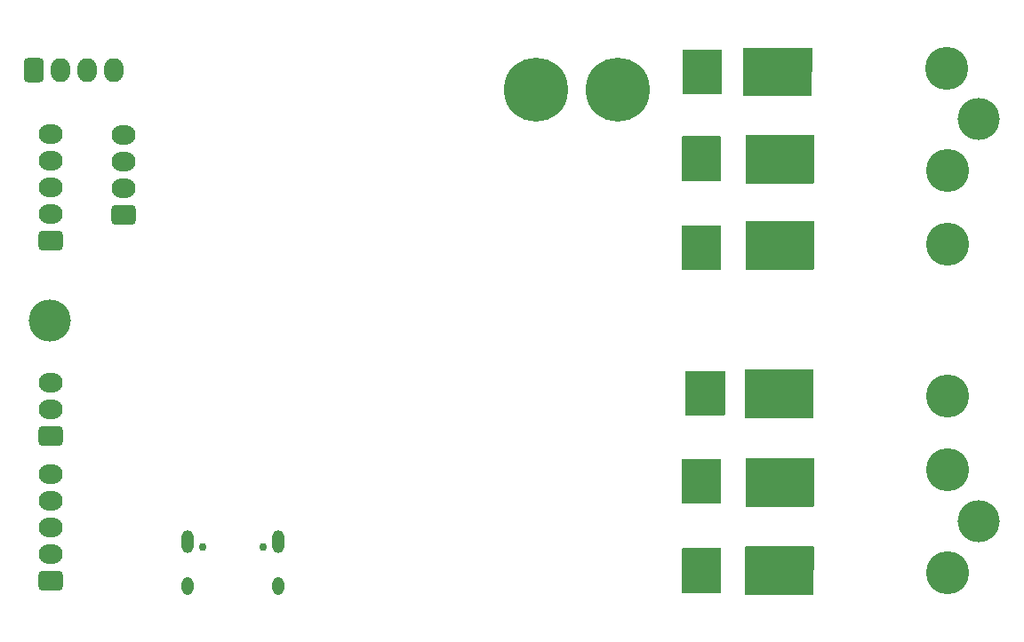
<source format=gbs>
G04 #@! TF.GenerationSoftware,KiCad,Pcbnew,6.0.0-rc2*
G04 #@! TF.CreationDate,2022-07-03T09:35:42-07:00*
G04 #@! TF.ProjectId,RP2040_motor-rounded,52503230-3430-45f6-9d6f-746f722d726f,REV1*
G04 #@! TF.SameCoordinates,Original*
G04 #@! TF.FileFunction,Soldermask,Bot*
G04 #@! TF.FilePolarity,Negative*
%FSLAX46Y46*%
G04 Gerber Fmt 4.6, Leading zero omitted, Abs format (unit mm)*
G04 Created by KiCad (PCBNEW 6.0.0-rc2) date 2022-07-03 09:35:42*
%MOMM*%
%LPD*%
G01*
G04 APERTURE LIST*
G04 Aperture macros list*
%AMRoundRect*
0 Rectangle with rounded corners*
0 $1 Rounding radius*
0 $2 $3 $4 $5 $6 $7 $8 $9 X,Y pos of 4 corners*
0 Add a 4 corners polygon primitive as box body*
4,1,4,$2,$3,$4,$5,$6,$7,$8,$9,$2,$3,0*
0 Add four circle primitives for the rounded corners*
1,1,$1+$1,$2,$3*
1,1,$1+$1,$4,$5*
1,1,$1+$1,$6,$7*
1,1,$1+$1,$8,$9*
0 Add four rect primitives between the rounded corners*
20,1,$1+$1,$2,$3,$4,$5,0*
20,1,$1+$1,$4,$5,$6,$7,0*
20,1,$1+$1,$6,$7,$8,$9,0*
20,1,$1+$1,$8,$9,$2,$3,0*%
G04 Aperture macros list end*
%ADD10C,4.002000*%
%ADD11RoundRect,0.301000X0.845000X-0.620000X0.845000X0.620000X-0.845000X0.620000X-0.845000X-0.620000X0*%
%ADD12O,2.292000X1.842000*%
%ADD13C,4.102000*%
%ADD14C,6.102000*%
%ADD15RoundRect,0.301000X-0.620000X-0.845000X0.620000X-0.845000X0.620000X0.845000X-0.620000X0.845000X0*%
%ADD16O,1.842000X2.292000*%
%ADD17C,0.752000*%
%ADD18O,1.102000X2.202000*%
%ADD19O,1.102000X1.702000*%
G04 APERTURE END LIST*
D10*
X73950000Y-95000000D03*
D11*
X81050000Y-84960000D03*
D12*
X81050000Y-82420000D03*
X81050000Y-79880000D03*
X81050000Y-77340000D03*
D13*
X159400000Y-71000000D03*
D14*
X120283060Y-73000000D03*
D13*
X159500000Y-102250000D03*
D15*
X72490000Y-71200000D03*
D16*
X75030000Y-71200000D03*
X77570000Y-71200000D03*
X80110000Y-71200000D03*
D11*
X74100000Y-87400000D03*
D12*
X74100000Y-84860000D03*
X74100000Y-82320000D03*
X74100000Y-79780000D03*
X74100000Y-77240000D03*
D11*
X74100000Y-106000000D03*
D12*
X74100000Y-103460000D03*
X74100000Y-100920000D03*
D10*
X162450000Y-75800000D03*
D11*
X74100000Y-119850000D03*
D12*
X74100000Y-117310000D03*
X74100000Y-114770000D03*
X74100000Y-112230000D03*
X74100000Y-109690000D03*
D13*
X159500000Y-87750000D03*
X159500000Y-119100000D03*
X159500000Y-80700000D03*
D10*
X162450000Y-114200000D03*
D13*
X159500000Y-109300000D03*
D17*
X94290000Y-116645000D03*
X88510000Y-116645000D03*
D18*
X95720000Y-116145000D03*
X87080000Y-116145000D03*
D19*
X87080000Y-120325000D03*
X95720000Y-120325000D03*
D14*
X128100000Y-73000000D03*
G36*
X137906418Y-85970917D02*
G01*
X137942382Y-86020417D01*
X137947227Y-86050893D01*
X137952026Y-90116364D01*
X137933187Y-90174577D01*
X137883730Y-90210599D01*
X137853803Y-90215478D01*
X134294144Y-90243408D01*
X134235806Y-90224958D01*
X134199455Y-90175741D01*
X134194367Y-90144346D01*
X134197045Y-86050945D01*
X134215990Y-85992767D01*
X134265514Y-85956835D01*
X134296045Y-85952010D01*
X137848227Y-85952010D01*
X137906418Y-85970917D01*
G37*
G36*
X146783121Y-85543907D02*
G01*
X146819085Y-85593407D01*
X146823924Y-85625064D01*
X146776053Y-90077064D01*
X146756521Y-90135049D01*
X146706638Y-90170478D01*
X146677059Y-90175000D01*
X140374000Y-90175000D01*
X140315809Y-90156093D01*
X140279845Y-90106593D01*
X140275000Y-90076000D01*
X140275000Y-85624000D01*
X140293907Y-85565809D01*
X140343407Y-85529845D01*
X140374000Y-85525000D01*
X146724930Y-85525000D01*
X146783121Y-85543907D01*
G37*
G36*
X138256418Y-99845917D02*
G01*
X138292382Y-99895417D01*
X138297227Y-99925893D01*
X138302026Y-103991364D01*
X138283187Y-104049577D01*
X138233730Y-104085599D01*
X138203803Y-104090478D01*
X134644144Y-104118408D01*
X134585806Y-104099958D01*
X134549455Y-104050741D01*
X134544367Y-104019346D01*
X134547045Y-99925945D01*
X134565990Y-99867767D01*
X134615514Y-99831835D01*
X134646045Y-99827010D01*
X138198227Y-99827010D01*
X138256418Y-99845917D01*
G37*
G36*
X137881418Y-108220917D02*
G01*
X137917382Y-108270417D01*
X137922227Y-108300893D01*
X137927026Y-112366364D01*
X137908187Y-112424577D01*
X137858730Y-112460599D01*
X137828803Y-112465478D01*
X134269144Y-112493408D01*
X134210806Y-112474958D01*
X134174455Y-112425741D01*
X134169367Y-112394346D01*
X134172045Y-108300945D01*
X134190990Y-108242767D01*
X134240514Y-108206835D01*
X134271045Y-108202010D01*
X137823227Y-108202010D01*
X137881418Y-108220917D01*
G37*
G36*
X146708121Y-99693907D02*
G01*
X146744085Y-99743407D01*
X146748924Y-99775064D01*
X146701053Y-104227064D01*
X146681521Y-104285049D01*
X146631638Y-104320478D01*
X146602059Y-104325000D01*
X140299000Y-104325000D01*
X140240809Y-104306093D01*
X140204845Y-104256593D01*
X140200000Y-104226000D01*
X140200000Y-99774000D01*
X140218907Y-99715809D01*
X140268407Y-99679845D01*
X140299000Y-99675000D01*
X146649930Y-99675000D01*
X146708121Y-99693907D01*
G37*
G36*
X137984308Y-69193907D02*
G01*
X138020272Y-69243407D01*
X138025117Y-69273883D01*
X138029916Y-73339354D01*
X138011077Y-73397567D01*
X137961620Y-73433589D01*
X137931693Y-73438468D01*
X134372034Y-73466398D01*
X134313696Y-73447948D01*
X134277345Y-73398731D01*
X134272257Y-73367336D01*
X134274935Y-69273935D01*
X134293880Y-69215757D01*
X134343404Y-69179825D01*
X134373935Y-69175000D01*
X137926117Y-69175000D01*
X137984308Y-69193907D01*
G37*
G36*
X146783121Y-108168907D02*
G01*
X146819085Y-108218407D01*
X146823924Y-108250064D01*
X146776053Y-112702064D01*
X146756521Y-112760049D01*
X146706638Y-112795478D01*
X146677059Y-112800000D01*
X140374000Y-112800000D01*
X140315809Y-112781093D01*
X140279845Y-112731593D01*
X140275000Y-112701000D01*
X140275000Y-108249000D01*
X140293907Y-108190809D01*
X140343407Y-108154845D01*
X140374000Y-108150000D01*
X146724930Y-108150000D01*
X146783121Y-108168907D01*
G37*
G36*
X146558121Y-69018907D02*
G01*
X146594085Y-69068407D01*
X146598924Y-69100064D01*
X146551053Y-73552064D01*
X146531521Y-73610049D01*
X146481638Y-73645478D01*
X146452059Y-73650000D01*
X140149000Y-73650000D01*
X140090809Y-73631093D01*
X140054845Y-73581593D01*
X140050000Y-73551000D01*
X140050000Y-69099000D01*
X140068907Y-69040809D01*
X140118407Y-69004845D01*
X140149000Y-69000000D01*
X146499930Y-69000000D01*
X146558121Y-69018907D01*
G37*
G36*
X137906418Y-116745917D02*
G01*
X137942382Y-116795417D01*
X137947227Y-116825893D01*
X137952026Y-120891364D01*
X137933187Y-120949577D01*
X137883730Y-120985599D01*
X137853803Y-120990478D01*
X134294144Y-121018408D01*
X134235806Y-120999958D01*
X134199455Y-120950741D01*
X134194367Y-120919346D01*
X134197045Y-116825945D01*
X134215990Y-116767767D01*
X134265514Y-116731835D01*
X134296045Y-116727010D01*
X137848227Y-116727010D01*
X137906418Y-116745917D01*
G37*
G36*
X137881418Y-77470917D02*
G01*
X137917382Y-77520417D01*
X137922227Y-77550893D01*
X137927026Y-81616364D01*
X137908187Y-81674577D01*
X137858730Y-81710599D01*
X137828803Y-81715478D01*
X134269144Y-81743408D01*
X134210806Y-81724958D01*
X134174455Y-81675741D01*
X134169367Y-81644346D01*
X134172045Y-77550945D01*
X134190990Y-77492767D01*
X134240514Y-77456835D01*
X134271045Y-77452010D01*
X137823227Y-77452010D01*
X137881418Y-77470917D01*
G37*
G36*
X146733121Y-116543907D02*
G01*
X146769085Y-116593407D01*
X146773924Y-116625064D01*
X146726053Y-121077064D01*
X146706521Y-121135049D01*
X146656638Y-121170478D01*
X146627059Y-121175000D01*
X140324000Y-121175000D01*
X140265809Y-121156093D01*
X140229845Y-121106593D01*
X140225000Y-121076000D01*
X140225000Y-116624000D01*
X140243907Y-116565809D01*
X140293407Y-116529845D01*
X140324000Y-116525000D01*
X146674930Y-116525000D01*
X146733121Y-116543907D01*
G37*
G36*
X146783121Y-77343907D02*
G01*
X146819085Y-77393407D01*
X146823924Y-77425064D01*
X146776053Y-81877064D01*
X146756521Y-81935049D01*
X146706638Y-81970478D01*
X146677059Y-81975000D01*
X140374000Y-81975000D01*
X140315809Y-81956093D01*
X140279845Y-81906593D01*
X140275000Y-81876000D01*
X140275000Y-77424000D01*
X140293907Y-77365809D01*
X140343407Y-77329845D01*
X140374000Y-77325000D01*
X146724930Y-77325000D01*
X146783121Y-77343907D01*
G37*
G36*
X137945002Y-120988776D02*
G01*
X137945002Y-120990776D01*
X137943286Y-120991776D01*
X134203266Y-121021121D01*
X134203250Y-121019121D01*
X134203250Y-121018996D01*
X134203235Y-121017121D01*
X137943253Y-120987776D01*
X137943270Y-120987776D01*
X137945002Y-120988776D01*
G37*
G36*
X137920002Y-112463776D02*
G01*
X137920002Y-112465776D01*
X137918286Y-112466776D01*
X134178266Y-112496121D01*
X134178250Y-112494121D01*
X134178250Y-112493996D01*
X134178235Y-112492121D01*
X137918253Y-112462776D01*
X137918270Y-112462776D01*
X137920002Y-112463776D01*
G37*
G36*
X138295002Y-104088776D02*
G01*
X138295002Y-104090776D01*
X138293286Y-104091776D01*
X134553266Y-104121121D01*
X134553250Y-104119121D01*
X134553250Y-104118996D01*
X134553235Y-104117121D01*
X138293253Y-104087776D01*
X138293270Y-104087776D01*
X138295002Y-104088776D01*
G37*
G36*
X137945002Y-90213776D02*
G01*
X137945002Y-90215776D01*
X137943286Y-90216776D01*
X134203266Y-90246121D01*
X134203250Y-90244121D01*
X134203250Y-90243996D01*
X134203235Y-90242121D01*
X137943253Y-90212776D01*
X137943270Y-90212776D01*
X137945002Y-90213776D01*
G37*
G36*
X137920002Y-81713776D02*
G01*
X137920002Y-81715776D01*
X137918286Y-81716776D01*
X134178266Y-81746121D01*
X134178250Y-81744121D01*
X134178250Y-81743996D01*
X134178235Y-81742121D01*
X137918253Y-81712776D01*
X137918270Y-81712776D01*
X137920002Y-81713776D01*
G37*
G36*
X138022892Y-73436766D02*
G01*
X138022892Y-73438766D01*
X138021176Y-73439766D01*
X134281156Y-73469111D01*
X134281140Y-73467111D01*
X134281140Y-73466986D01*
X134281125Y-73465111D01*
X138021143Y-73435766D01*
X138021160Y-73435766D01*
X138022892Y-73436766D01*
G37*
M02*

</source>
